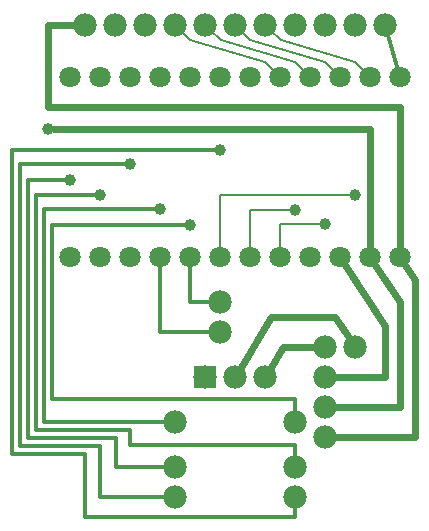
<source format=gbl>
G04 MADE WITH FRITZING*
G04 WWW.FRITZING.ORG*
G04 DOUBLE SIDED*
G04 HOLES PLATED*
G04 CONTOUR ON CENTER OF CONTOUR VECTOR*
%ASAXBY*%
%FSLAX23Y23*%
%MOIN*%
%OFA0B0*%
%SFA1.0B1.0*%
%ADD10C,0.078000*%
%ADD11C,0.070866*%
%ADD12C,0.039370*%
%ADD13R,0.078000X0.078000*%
%ADD14C,0.012000*%
%ADD15C,0.024000*%
%ADD16C,0.008000*%
%LNCOPPER0*%
G90*
G70*
G54D10*
X1050Y100D03*
X650Y100D03*
X650Y350D03*
X1050Y200D03*
X1050Y350D03*
X650Y200D03*
X350Y1675D03*
X450Y1675D03*
X550Y1675D03*
X650Y1675D03*
X750Y1675D03*
X850Y1675D03*
X950Y1675D03*
X1050Y1675D03*
X1150Y1675D03*
X1250Y1675D03*
X1350Y1675D03*
X350Y1675D03*
X450Y1675D03*
X550Y1675D03*
X650Y1675D03*
X750Y1675D03*
X850Y1675D03*
X950Y1675D03*
X1050Y1675D03*
X1150Y1675D03*
X1250Y1675D03*
X1350Y1675D03*
G54D11*
X1400Y900D03*
X1300Y900D03*
X1200Y900D03*
X1100Y900D03*
X1000Y900D03*
X900Y900D03*
X800Y900D03*
X700Y900D03*
X600Y900D03*
X500Y900D03*
X400Y900D03*
X300Y900D03*
X1400Y1500D03*
X1300Y1500D03*
X1200Y1500D03*
X1100Y1500D03*
X1000Y1500D03*
X900Y1500D03*
X800Y1500D03*
X700Y1500D03*
X600Y1500D03*
X500Y1500D03*
X400Y1500D03*
X300Y1500D03*
G54D10*
X800Y750D03*
X800Y650D03*
X1150Y601D03*
X1250Y601D03*
X1150Y300D03*
X1150Y400D03*
X1150Y500D03*
G54D12*
X1250Y1108D03*
X1150Y1009D03*
X1050Y1058D03*
X227Y1328D03*
X700Y1008D03*
X600Y1059D03*
X400Y1108D03*
X300Y1158D03*
X500Y1209D03*
X800Y1258D03*
G54D10*
X750Y500D03*
X850Y500D03*
X950Y500D03*
G54D13*
X750Y500D03*
G54D14*
X700Y750D02*
X700Y875D01*
D02*
X775Y750D02*
X700Y750D01*
D02*
X600Y650D02*
X600Y875D01*
D02*
X775Y650D02*
X600Y650D01*
G54D15*
D02*
X1450Y825D02*
X1450Y300D01*
D02*
X1450Y300D02*
X1180Y300D01*
D02*
X1417Y875D02*
X1450Y825D01*
D02*
X1400Y751D02*
X1400Y400D01*
D02*
X1400Y400D02*
X1180Y400D01*
D02*
X1317Y875D02*
X1400Y751D01*
D02*
X1350Y669D02*
X1350Y500D01*
D02*
X1350Y500D02*
X1180Y500D01*
D02*
X1217Y875D02*
X1350Y669D01*
G54D14*
D02*
X1393Y1525D02*
X1356Y1651D01*
G54D16*
D02*
X1249Y1551D02*
X1001Y1624D01*
D02*
X1001Y1624D02*
X967Y1657D01*
D02*
X1282Y1518D02*
X1249Y1551D01*
D02*
X900Y1624D02*
X867Y1657D01*
D02*
X1149Y1551D02*
X900Y1624D01*
D02*
X1182Y1518D02*
X1149Y1551D01*
D02*
X1049Y1551D02*
X801Y1625D01*
D02*
X801Y1625D02*
X767Y1658D01*
D02*
X1082Y1518D02*
X1049Y1551D01*
D02*
X800Y1108D02*
X1236Y1108D01*
D02*
X800Y926D02*
X800Y1108D01*
D02*
X1000Y1009D02*
X1136Y1009D01*
D02*
X1000Y926D02*
X1000Y1009D01*
D02*
X900Y1058D02*
X1036Y1058D01*
D02*
X900Y926D02*
X900Y1058D01*
D02*
X949Y1551D02*
X700Y1625D01*
D02*
X700Y1625D02*
X667Y1657D01*
D02*
X982Y1518D02*
X949Y1551D01*
G54D15*
D02*
X1400Y1401D02*
X227Y1401D01*
D02*
X227Y1401D02*
X227Y1675D01*
D02*
X1400Y931D02*
X1400Y1401D01*
D02*
X227Y1675D02*
X319Y1675D01*
D02*
X1300Y1328D02*
X246Y1328D01*
D02*
X1300Y931D02*
X1300Y1328D01*
G54D14*
D02*
X238Y1008D02*
X686Y1008D01*
D02*
X238Y426D02*
X238Y1008D01*
D02*
X1050Y426D02*
X238Y426D01*
D02*
X1050Y375D02*
X1050Y426D01*
D02*
X211Y1059D02*
X586Y1059D01*
D02*
X211Y350D02*
X211Y1059D01*
D02*
X626Y350D02*
X211Y350D01*
D02*
X106Y1258D02*
X787Y1258D01*
D02*
X106Y245D02*
X106Y1258D01*
D02*
X348Y245D02*
X106Y245D01*
D02*
X348Y35D02*
X348Y245D01*
D02*
X1050Y35D02*
X348Y35D01*
D02*
X1050Y76D02*
X1050Y35D01*
D02*
X132Y1209D02*
X486Y1209D01*
D02*
X132Y271D02*
X132Y1209D01*
D02*
X400Y271D02*
X132Y271D01*
D02*
X400Y100D02*
X400Y271D01*
D02*
X626Y100D02*
X400Y100D01*
D02*
X159Y1158D02*
X286Y1158D01*
D02*
X159Y297D02*
X159Y1158D01*
D02*
X451Y297D02*
X159Y297D01*
D02*
X451Y200D02*
X451Y297D01*
D02*
X625Y200D02*
X451Y200D01*
D02*
X185Y324D02*
X185Y1108D01*
D02*
X185Y1108D02*
X386Y1108D01*
D02*
X500Y324D02*
X185Y324D01*
D02*
X500Y275D02*
X500Y324D01*
D02*
X1050Y275D02*
X500Y275D01*
D02*
X1050Y225D02*
X1050Y275D01*
G54D15*
D02*
X1182Y701D02*
X970Y701D01*
D02*
X970Y701D02*
X865Y526D01*
D02*
X1233Y626D02*
X1182Y701D01*
D02*
X1010Y601D02*
X965Y526D01*
D02*
X1120Y601D02*
X1010Y601D01*
G04 End of Copper0*
M02*
</source>
